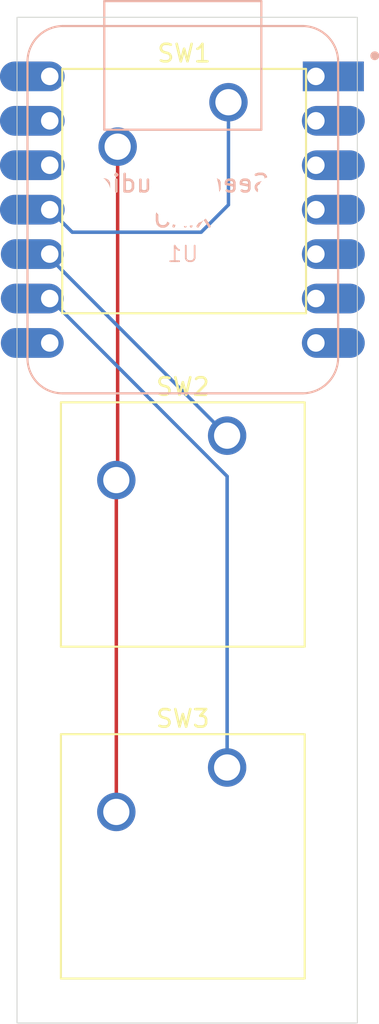
<source format=kicad_pcb>
(kicad_pcb (version 20241229) (generator "pcbnew") (generator_version "9.0")
  (layers (0 "F.Cu" signal) (2 "B.Cu" signal) (13 "F.Paste" user) (15 "B.Paste" user) (5 "F.SilkS" user "F.Silkscreen") (7 "B.SilkS" user "B.Silkscreen") (1 "F.Mask" user) (3 "B.Mask" user) (25 "Edge.Cuts" user))
  (net 0 "")
  (net 1 "GND")
  (net 2 "Net-(U1-PA6_A10_D10_MOSI)")
  (net 3 "Net-(U1-PA5_A9_D9_MISO)")
  (net 4 "Net-(U1-PA7_A8_D8_SCK)")
  (footprint "Button_Switch_Keyboard:SW_Cherry_MX_1.00u_PCB" (layer "F.Cu") (at 150.54 122.39253)
    (property "Reference" "SW3" (at -2.54 -2.794 0) (layer "F.SilkS"))
    (property "Value" "SW_Push")
    (fp_line (start -9.525 -1.905) (end 4.445 -1.905) (stroke (width 0.12)) (layer "F.SilkS"))
    (fp_line (start -9.525 12.065) (end -9.525 -1.905) (stroke (width 0.12)) (layer "F.SilkS"))
    (fp_line (start 4.445 -1.905) (end 4.445 12.065) (stroke (width 0.12)) (layer "F.SilkS"))
    (fp_line (start 4.445 12.065) (end -9.525 12.065) (stroke (width 0.12)) (layer "F.SilkS"))
    (pad "" np_thru_hole circle (at -7.62 5.08) (size 1.7 1.7) (drill 1.7) (layers "*.Cu" "*.Mask"))
    (pad "" np_thru_hole circle (at -2.54 5.08) (size 4 4) (drill 4) (layers "*.Cu" "*.Mask"))
    (pad "" np_thru_hole circle (at 2.54 5.08) (size 1.7 1.7) (drill 1.7) (layers "*.Cu" "*.Mask"))
    (pad "1" thru_hole circle (at 0 0) (size 2.2 2.2) (drill 1.5) (layers "*.Cu" "*.Mask") (net 4 "Net-(U1-PA7_A8_D8_SCK)"))
    (pad "2" thru_hole circle (at -6.35 2.54) (size 2.2 2.2) (drill 1.5) (layers "*.Cu" "*.Mask") (net 1 "GND"))
  )
  (footprint "Button_Switch_Keyboard:SW_Cherry_MX_1.00u_PCB" (layer "F.Cu") (at 150.616 84.35747)
    (property "Reference" "SW1" (at -2.54 -2.794 0) (layer "F.SilkS"))
    (property "Value" "SW_Push")
    (fp_line (start -9.525 -1.905) (end 4.445 -1.905) (stroke (width 0.12)) (layer "F.SilkS"))
    (fp_line (start -9.525 12.065) (end -9.525 -1.905) (stroke (width 0.12)) (layer "F.SilkS"))
    (fp_line (start 4.445 -1.905) (end 4.445 12.065) (stroke (width 0.12)) (layer "F.SilkS"))
    (fp_line (start 4.445 12.065) (end -9.525 12.065) (stroke (width 0.12)) (layer "F.SilkS"))
    (pad "" np_thru_hole circle (at -7.62 5.08) (size 1.7 1.7) (drill 1.7) (layers "*.Cu" "*.Mask"))
    (pad "" np_thru_hole circle (at -2.54 5.08) (size 4 4) (drill 4) (layers "*.Cu" "*.Mask"))
    (pad "" np_thru_hole circle (at 2.54 5.08) (size 1.7 1.7) (drill 1.7) (layers "*.Cu" "*.Mask"))
    (pad "1" thru_hole circle (at 0 0) (size 2.2 2.2) (drill 1.5) (layers "*.Cu" "*.Mask") (net 2 "Net-(U1-PA6_A10_D10_MOSI)"))
    (pad "2" thru_hole circle (at -6.35 2.54) (size 2.2 2.2) (drill 1.5) (layers "*.Cu" "*.Mask") (net 1 "GND"))
  )
  (footprint "Button_Switch_Keyboard:SW_Cherry_MX_1.00u_PCB" (layer "F.Cu") (at 150.54 103.42)
    (property "Reference" "SW2" (at -2.54 -2.794 0) (layer "F.SilkS"))
    (property "Value" "SW_Push")
    (fp_line (start -9.525 -1.905) (end 4.445 -1.905) (stroke (width 0.12)) (layer "F.SilkS"))
    (fp_line (start -9.525 12.065) (end -9.525 -1.905) (stroke (width 0.12)) (layer "F.SilkS"))
    (fp_line (start 4.445 -1.905) (end 4.445 12.065) (stroke (width 0.12)) (layer "F.SilkS"))
    (fp_line (start 4.445 12.065) (end -9.525 12.065) (stroke (width 0.12)) (layer "F.SilkS"))
    (pad "" np_thru_hole circle (at -7.62 5.08) (size 1.7 1.7) (drill 1.7) (layers "*.Cu" "*.Mask"))
    (pad "" np_thru_hole circle (at -2.54 5.08) (size 4 4) (drill 4) (layers "*.Cu" "*.Mask"))
    (pad "" np_thru_hole circle (at 2.54 5.08) (size 1.7 1.7) (drill 1.7) (layers "*.Cu" "*.Mask"))
    (pad "1" thru_hole circle (at 0 0) (size 2.2 2.2) (drill 1.5) (layers "*.Cu" "*.Mask") (net 3 "Net-(U1-PA5_A9_D9_MISO)"))
    (pad "2" thru_hole circle (at -6.35 2.54) (size 2.2 2.2) (drill 1.5) (layers "*.Cu" "*.Mask") (net 1 "GND"))
  )
  (footprint "footprints:XIAO-Generic-Hybrid-14P-2.54-21X17.8MM" (layer "B.Cu") (at 148 90.5 180)
    (property "Reference" "U1" (at 0 -2.54 0) (layer "B.SilkS") (effects (font (size 0.889 0.889) (thickness 0.1016)) (justify mirror)))
    (property "Value" "MOUDLE-SEEEDUINO-XIAO" (hide yes))
    (fp_line (start 8.9 -8.5) (end 8.9 8.5) (stroke (width 0.127)) (layer "B.SilkS"))
    (fp_line (start 6.9 10.49909) (end -6.9 10.49909) (stroke (width 0.127)) (layer "B.SilkS"))
    (fp_line (start 4.5 11.92403) (end 4.5 4.57073) (stroke (width 0.127)) (layer "B.SilkS"))
    (fp_line (start 4.5 4.57073) (end -4.5 4.57073) (stroke (width 0.127)) (layer "B.SilkS"))
    (fp_line (start -4.5 11.92403) (end 4.5 11.92403) (stroke (width 0.127)) (layer "B.SilkS"))
    (fp_line (start -4.5 4.57073) (end -4.5 11.92403) (stroke (width 0.127)) (layer "B.SilkS"))
    (fp_line (start -6.9 -10.5) (end 6.9 -10.5) (stroke (width 0.127)) (layer "B.SilkS"))
    (fp_line (start -8.9 8.5) (end -8.9 -8.5) (stroke (width 0.127)) (layer "B.SilkS"))
    (fp_arc (start 8.9 8.5) (mid 8.301492 9.901492) (end 6.9 10.5) (stroke (width 0.12)) (layer "B.SilkS"))
    (fp_arc (start 6.9 -10.5) (mid 8.314214 -9.914214) (end 8.9 -8.5) (stroke (width 0.12)) (layer "B.SilkS"))
    (fp_arc (start -6.9 10.5) (mid -8.301491 9.901491) (end -8.9 8.5) (stroke (width 0.12)) (layer "B.SilkS"))
    (fp_arc (start -8.9 -8.5) (mid -8.301423 -9.901423) (end -6.9 -10.5) (stroke (width 0.12)) (layer "B.SilkS"))
    (fp_circle (center -11 8.8) (end -11 9.054) (fill yes) (layer "B.SilkS"))
    (fp_poly (pts (xy -8.887715 8.561705) (xy -8.884667 8.610473) (xy -8.880603 8.659494)) (stroke (width 0.0254)) (fill no) (layer "B.SilkS"))
    (fp_poly (pts (xy 8.889492 -8.521574) (xy 8.887713 -8.57085) (xy 8.884665 -8.619618) (xy 8.880601 -8.668639) (xy 8.875268 -8.717407) (xy 8.868664 -8.766175) (xy 8.861044 -8.81469) (xy 8.852153 -8.86295) (xy 8.842248 -8.910955)) (stroke (width 0.0254)) (fill no) (layer "B.SilkS"))
    (fp_text user "Seeed Studio" (at 0 1.5 0) (layer "B.SilkS") (effects (justify mirror)))
    (fp_text user "XIAO" (at 0 -0.5 0) (layer "B.SilkS") (effects (justify mirror)))
    (pad "1" thru_hole rect (at -7.625 7.62 180) (size 3.5 1.7) (drill 1 (offset -1 0)) (layers "*.Cu" "*.Mask"))
    (pad "2" thru_hole oval (at -7.625 5.08 180) (size 3.6 1.7) (drill 1 (offset -1 0)) (layers "*.Cu" "*.Mask"))
    (pad "3" thru_hole oval (at -7.625 2.54 180) (size 3.6 1.7) (drill 1 (offset -1 0)) (layers "*.Cu" "*.Mask"))
    (pad "4" thru_hole oval (at -7.625 0 180) (size 3.6 1.7) (drill 1 (offset -1 0)) (layers "*.Cu" "*.Mask"))
    (pad "5" thru_hole oval (at -7.625 -2.54 180) (size 3.6 1.7) (drill 1 (offset -1 0)) (layers "*.Cu" "*.Mask"))
    (pad "6" thru_hole oval (at -7.625 -5.08) (size 3.6 1.7) (drill 1 (offset 1 0)) (layers "*.Cu" "*.Mask"))
    (pad "7" thru_hole oval (at -7.625 -7.62 180) (size 3.6 1.7) (drill 1 (offset -1 0)) (layers "*.Cu" "*.Mask"))
    (pad "8" thru_hole oval (at 7.625 -7.62 180) (size 3.6 1.7) (drill 1 (offset 1 0)) (layers "*.Cu" "*.Mask"))
    (pad "9" thru_hole oval (at 7.625 -5.08 180) (size 3.6 1.7) (drill 1 (offset 1 0)) (layers "*.Cu" "*.Mask") (net 4 "Net-(U1-PA7_A8_D8_SCK)"))
    (pad "10" thru_hole oval (at 7.625 -2.54 180) (size 3.6 1.7) (drill 1 (offset 1 0)) (layers "*.Cu" "*.Mask") (net 3 "Net-(U1-PA5_A9_D9_MISO)"))
    (pad "11" thru_hole oval (at 7.625 0 180) (size 3.7 1.7) (drill 1 (offset 1 0)) (layers "*.Cu" "*.Mask") (net 2 "Net-(U1-PA6_A10_D10_MOSI)"))
    (pad "12" thru_hole oval (at 7.625 2.54 180) (size 3.7 1.7) (drill 1 (offset 1 0)) (layers "*.Cu" "*.Mask"))
    (pad "13" thru_hole oval (at 7.625 5.08 180) (size 3.7 1.7) (drill 1 (offset 1 0)) (layers "*.Cu" "*.Mask") (net 1 "GND"))
    (pad "14" thru_hole oval (at 7.625 7.62 180) (size 3.7 1.7) (drill 1 (offset 1 0)) (layers "*.Cu" "*.Mask"))
  )
  (gr_rect (start 138.5 79.5) (end 158 137) (stroke (width 0.05)) (fill no) (layer "Edge.Cuts"))
  (segment (start 144.266 105.884) (end 144.19 105.96) (width 0.2) (layer "F.Cu") (net 1))
  (segment (start 144.19 105.96) (end 144.19 124.93253) (width 0.2) (layer "F.Cu") (net 1))
  (segment (start 144.266 86.89747) (end 144.266 105.884) (width 0.2) (layer "F.Cu") (net 1))
  (segment (start 150.616 90.222286) (end 150.616 84.35747) (width 0.2) (layer "B.Cu") (net 2))
  (segment (start 149.049816 91.78847) (end 150.616 90.222286) (width 0.2) (layer "B.Cu") (net 2))
  (segment (start 141.66347 91.78847) (end 149.049816 91.78847) (width 0.2) (layer "B.Cu") (net 2))
  (segment (start 140.375 90.5) (end 141.66347 91.78847) (width 0.2) (layer "B.Cu") (net 2))
  (segment (start 140.375 93.255) (end 150.54 103.42) (width 0.2) (layer "B.Cu") (net 3))
  (segment (start 140.375 93.04) (end 140.375 93.255) (width 0.2) (layer "B.Cu") (net 3))
  (segment (start 140.375 95.58) (end 150.54 105.745) (width 0.2) (layer "B.Cu") (net 4))
  (segment (start 150.54 105.745) (end 150.54 122.39253) (width 0.2) (layer "B.Cu") (net 4))
)
</source>
